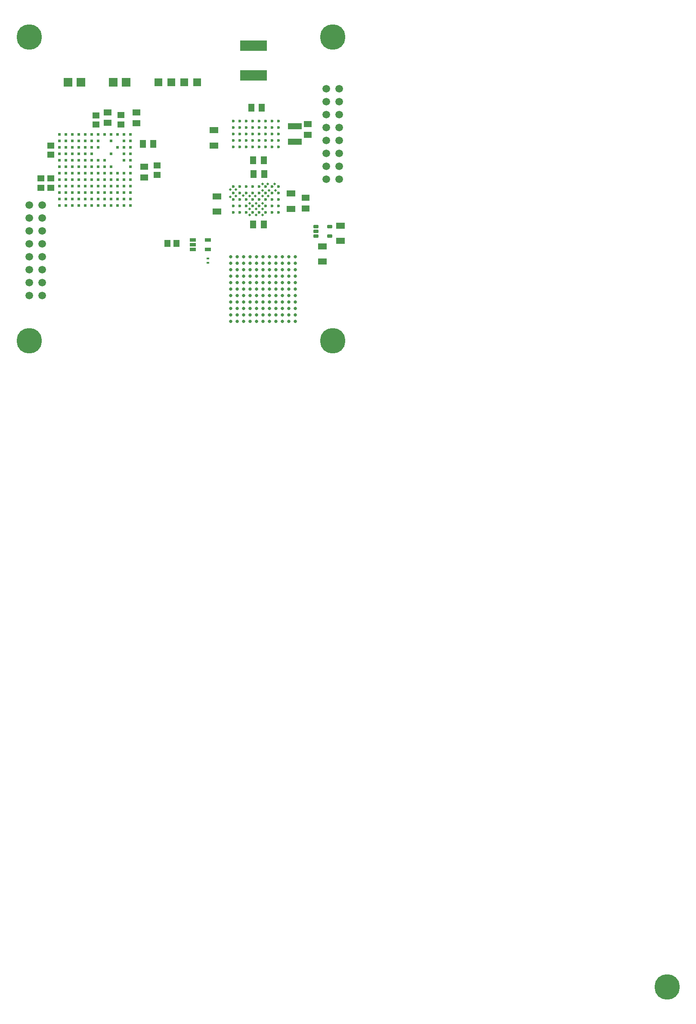
<source format=gbr>
%TF.GenerationSoftware,Altium Limited,Altium Designer,18.0.12 (696)*%
G04 Layer_Color=255*
%FSLAX26Y26*%
%MOIN*%
%TF.FileFunction,Pads,Top*%
%TF.Part,Single*%
G01*
G75*
%TA.AperFunction,SMDPad,CuDef*%
%ADD10R,0.057087X0.045276*%
%ADD11R,0.059055X0.049213*%
%TA.AperFunction,BGAPad,CuDef*%
%ADD12C,0.025000*%
%TA.AperFunction,SMDPad,CuDef*%
%ADD13R,0.106299X0.045276*%
%ADD14R,0.070866X0.045276*%
%ADD15R,0.208661X0.078740*%
G04:AMPARAMS|DCode=16|XSize=23.622mil|YSize=39.37mil|CornerRadius=2.008mil|HoleSize=0mil|Usage=FLASHONLY|Rotation=90.000|XOffset=0mil|YOffset=0mil|HoleType=Round|Shape=RoundedRectangle|*
%AMROUNDEDRECTD16*
21,1,0.023622,0.035354,0,0,90.0*
21,1,0.019606,0.039370,0,0,90.0*
1,1,0.004016,0.017677,0.009803*
1,1,0.004016,0.017677,-0.009803*
1,1,0.004016,-0.017677,-0.009803*
1,1,0.004016,-0.017677,0.009803*
%
%ADD16ROUNDEDRECTD16*%
%ADD17R,0.049213X0.059055*%
%TA.AperFunction,BGAPad,CuDef*%
%ADD18C,0.023622*%
%TA.AperFunction,SMDPad,CuDef*%
G04:AMPARAMS|DCode=19|XSize=25.591mil|YSize=47.244mil|CornerRadius=1.919mil|HoleSize=0mil|Usage=FLASHONLY|Rotation=90.000|XOffset=0mil|YOffset=0mil|HoleType=Round|Shape=RoundedRectangle|*
%AMROUNDEDRECTD19*
21,1,0.025591,0.043406,0,0,90.0*
21,1,0.021752,0.047244,0,0,90.0*
1,1,0.003839,0.021703,0.010876*
1,1,0.003839,0.021703,-0.010876*
1,1,0.003839,-0.021703,-0.010876*
1,1,0.003839,-0.021703,0.010876*
%
%ADD19ROUNDEDRECTD19*%
%ADD20R,0.021654X0.017716*%
%ADD21R,0.045276X0.057087*%
%TA.AperFunction,BGAPad,CuDef*%
%ADD22R,0.024803X0.024803*%
%TA.AperFunction,ViaPad*%
%ADD59C,0.019685*%
%TA.AperFunction,ComponentPad*%
%ADD60R,0.070866X0.070866*%
%ADD61R,0.060000X0.060000*%
%ADD62C,0.059055*%
%TA.AperFunction,ViaPad*%
%ADD63C,0.196850*%
D10*
X990000Y1284567D02*
D03*
Y1355433D02*
D03*
X165000Y1439567D02*
D03*
Y1510433D02*
D03*
X90000Y1255433D02*
D03*
Y1184567D02*
D03*
X165000D02*
D03*
Y1255433D02*
D03*
X516000Y1673567D02*
D03*
Y1744433D02*
D03*
X709000Y1674567D02*
D03*
Y1745433D02*
D03*
D11*
X831000Y1684661D02*
D03*
Y1767339D02*
D03*
X2155000Y1593661D02*
D03*
Y1676339D02*
D03*
X2140000Y1023661D02*
D03*
Y1106339D02*
D03*
X890000Y1263661D02*
D03*
Y1346339D02*
D03*
X608000Y1685661D02*
D03*
Y1768339D02*
D03*
D12*
X1559000Y652000D02*
D03*
X1609000D02*
D03*
X1659000D02*
D03*
X1709000D02*
D03*
X1759000D02*
D03*
X1809000D02*
D03*
X1859000D02*
D03*
X1909000D02*
D03*
X1959000D02*
D03*
X2009000D02*
D03*
X2059000D02*
D03*
X1559000Y602000D02*
D03*
X1609000D02*
D03*
X1659000D02*
D03*
X1709000D02*
D03*
X1759000D02*
D03*
X1809000D02*
D03*
X1859000D02*
D03*
X1909000D02*
D03*
X1959000D02*
D03*
X2009000D02*
D03*
X2059000D02*
D03*
X1559000Y552000D02*
D03*
X1609000D02*
D03*
X1659000D02*
D03*
X1709000D02*
D03*
X1759000D02*
D03*
X1809000D02*
D03*
X1859000D02*
D03*
X1909000D02*
D03*
X1959000D02*
D03*
X2009000D02*
D03*
X2059000D02*
D03*
X1559000Y502000D02*
D03*
X1609000D02*
D03*
X1659000D02*
D03*
X1709000D02*
D03*
X1759000D02*
D03*
X1809000D02*
D03*
X1859000D02*
D03*
X1909000D02*
D03*
X1959000D02*
D03*
X2009000D02*
D03*
X2059000D02*
D03*
X1559000Y452000D02*
D03*
X1609000D02*
D03*
X1659000D02*
D03*
X1709000D02*
D03*
X1759000D02*
D03*
X1809000D02*
D03*
X1859000D02*
D03*
X1909000D02*
D03*
X1959000D02*
D03*
X2009000D02*
D03*
X2059000D02*
D03*
X1559000Y402000D02*
D03*
X1609000D02*
D03*
X1659000D02*
D03*
X1709000D02*
D03*
X1759000D02*
D03*
X1809000D02*
D03*
X1859000D02*
D03*
X1909000D02*
D03*
X1959000D02*
D03*
X2009000D02*
D03*
X2059000D02*
D03*
X1559000Y352000D02*
D03*
X1609000D02*
D03*
X1659000D02*
D03*
X1709000D02*
D03*
X1759000D02*
D03*
X1809000D02*
D03*
X1859000D02*
D03*
X1909000D02*
D03*
X1959000D02*
D03*
X2009000D02*
D03*
X2059000D02*
D03*
X1559000Y302000D02*
D03*
X1609000D02*
D03*
X1659000D02*
D03*
X1709000D02*
D03*
X1759000D02*
D03*
X1809000D02*
D03*
X1859000D02*
D03*
X1909000D02*
D03*
X1959000D02*
D03*
X2009000D02*
D03*
X2059000D02*
D03*
X1559000Y252000D02*
D03*
X1609000D02*
D03*
X1659000D02*
D03*
X1709000D02*
D03*
X1759000D02*
D03*
X1809000D02*
D03*
X1859000D02*
D03*
X1909000D02*
D03*
X1959000D02*
D03*
X2009000D02*
D03*
X2059000D02*
D03*
X1559000Y202000D02*
D03*
X1609000D02*
D03*
X1659000D02*
D03*
X1709000D02*
D03*
X1759000D02*
D03*
X1809000D02*
D03*
X1859000D02*
D03*
X1909000D02*
D03*
X1959000D02*
D03*
X2009000D02*
D03*
X2059000D02*
D03*
X1559000Y152000D02*
D03*
X1609000D02*
D03*
X1659000D02*
D03*
X1709000D02*
D03*
X1759000D02*
D03*
X1809000D02*
D03*
X1859000D02*
D03*
X1909000D02*
D03*
X1959000D02*
D03*
X2009000D02*
D03*
X2059000D02*
D03*
D13*
X2055000Y1659055D02*
D03*
Y1540945D02*
D03*
D14*
X1430000Y1629055D02*
D03*
Y1510945D02*
D03*
X2268740Y613134D02*
D03*
Y731244D02*
D03*
X2408740Y772189D02*
D03*
Y890299D02*
D03*
X2025000Y1020945D02*
D03*
Y1139055D02*
D03*
X1453000Y999945D02*
D03*
Y1118055D02*
D03*
D15*
X1736000Y2054827D02*
D03*
Y2283173D02*
D03*
D16*
X2327874Y884591D02*
D03*
Y809788D02*
D03*
X2219606D02*
D03*
Y847189D02*
D03*
Y884591D02*
D03*
D17*
X1718661Y1805000D02*
D03*
X1801339D02*
D03*
X1734661Y1397000D02*
D03*
X1817339D02*
D03*
X1733661Y900000D02*
D03*
X1816339D02*
D03*
X1735661Y1292000D02*
D03*
X1818339D02*
D03*
X878661Y1525000D02*
D03*
X961339D02*
D03*
D18*
X1930000Y1700000D02*
D03*
Y1650000D02*
D03*
Y1600000D02*
D03*
Y1550000D02*
D03*
Y1500000D02*
D03*
X1880000Y1700000D02*
D03*
Y1650000D02*
D03*
Y1600000D02*
D03*
Y1550000D02*
D03*
Y1500000D02*
D03*
X1830000Y1700000D02*
D03*
Y1650000D02*
D03*
Y1600000D02*
D03*
Y1550000D02*
D03*
Y1500000D02*
D03*
X1780000Y1700000D02*
D03*
Y1650000D02*
D03*
Y1600000D02*
D03*
Y1550000D02*
D03*
Y1500000D02*
D03*
X1730000Y1700000D02*
D03*
Y1650000D02*
D03*
Y1600000D02*
D03*
Y1550000D02*
D03*
Y1500000D02*
D03*
X1680000Y1700000D02*
D03*
Y1650000D02*
D03*
Y1600000D02*
D03*
Y1550000D02*
D03*
Y1500000D02*
D03*
X1630000Y1700000D02*
D03*
Y1650000D02*
D03*
Y1600000D02*
D03*
Y1550000D02*
D03*
Y1500000D02*
D03*
X1580000Y1700000D02*
D03*
Y1650000D02*
D03*
Y1600000D02*
D03*
Y1550000D02*
D03*
Y1500000D02*
D03*
X1930000Y1195000D02*
D03*
Y1145000D02*
D03*
Y1095000D02*
D03*
Y1045000D02*
D03*
Y995000D02*
D03*
X1880000Y1195000D02*
D03*
Y1145000D02*
D03*
Y1095000D02*
D03*
Y1045000D02*
D03*
Y995000D02*
D03*
X1830000Y1195000D02*
D03*
Y1145000D02*
D03*
Y1095000D02*
D03*
Y1045000D02*
D03*
Y995000D02*
D03*
X1780000Y1195000D02*
D03*
Y1145000D02*
D03*
Y1095000D02*
D03*
Y1045000D02*
D03*
Y995000D02*
D03*
X1730000Y1195000D02*
D03*
Y1145000D02*
D03*
Y1095000D02*
D03*
Y1045000D02*
D03*
Y995000D02*
D03*
X1680000Y1195000D02*
D03*
Y1145000D02*
D03*
Y1095000D02*
D03*
Y1045000D02*
D03*
Y995000D02*
D03*
X1630000Y1195000D02*
D03*
Y1145000D02*
D03*
Y1095000D02*
D03*
Y1045000D02*
D03*
Y995000D02*
D03*
X1580000Y1195000D02*
D03*
Y1145000D02*
D03*
Y1095000D02*
D03*
Y1045000D02*
D03*
Y995000D02*
D03*
D19*
X1265929Y781402D02*
D03*
Y744000D02*
D03*
Y706598D02*
D03*
X1382071D02*
D03*
Y781402D02*
D03*
D20*
X1384000Y637717D02*
D03*
Y602284D02*
D03*
D21*
X1139433Y755000D02*
D03*
X1068567D02*
D03*
D22*
X233000Y1596000D02*
D03*
X283000D02*
D03*
X333000D02*
D03*
X383000D02*
D03*
X433000D02*
D03*
X483000D02*
D03*
X533000D02*
D03*
X583000D02*
D03*
X633000D02*
D03*
X683000D02*
D03*
X733000D02*
D03*
X783000D02*
D03*
X233000Y1546000D02*
D03*
X283000D02*
D03*
X333000D02*
D03*
X383000D02*
D03*
X433000D02*
D03*
X483000D02*
D03*
X533000D02*
D03*
X633000D02*
D03*
X733000D02*
D03*
X783000D02*
D03*
X233000Y1496000D02*
D03*
X283000D02*
D03*
X333000D02*
D03*
X383000D02*
D03*
X433000D02*
D03*
X483000D02*
D03*
X533000D02*
D03*
X683000D02*
D03*
X733000D02*
D03*
X783000D02*
D03*
X233000Y1446000D02*
D03*
X283000D02*
D03*
X333000D02*
D03*
X383000D02*
D03*
X433000D02*
D03*
X483000D02*
D03*
X633000D02*
D03*
X733000D02*
D03*
X783000D02*
D03*
X233000Y1396000D02*
D03*
X283000D02*
D03*
X333000D02*
D03*
X383000D02*
D03*
X433000D02*
D03*
X483000D02*
D03*
X533000D02*
D03*
X583000D02*
D03*
X733000D02*
D03*
X783000D02*
D03*
X233000Y1346000D02*
D03*
X283000D02*
D03*
X333000D02*
D03*
X383000D02*
D03*
X433000D02*
D03*
X483000D02*
D03*
X533000D02*
D03*
X583000D02*
D03*
X633000D02*
D03*
X783000D02*
D03*
X233000Y1296000D02*
D03*
X283000D02*
D03*
X333000D02*
D03*
X383000D02*
D03*
X433000D02*
D03*
X483000D02*
D03*
X533000D02*
D03*
X583000D02*
D03*
X633000D02*
D03*
X683000D02*
D03*
X733000D02*
D03*
X783000D02*
D03*
X233000Y1246000D02*
D03*
X283000D02*
D03*
X333000D02*
D03*
X383000D02*
D03*
X433000D02*
D03*
X483000D02*
D03*
X533000D02*
D03*
X583000D02*
D03*
X633000D02*
D03*
X683000D02*
D03*
X733000D02*
D03*
X783000D02*
D03*
X233000Y1196000D02*
D03*
X283000D02*
D03*
X333000D02*
D03*
X383000D02*
D03*
X433000D02*
D03*
X483000D02*
D03*
X533000D02*
D03*
X583000D02*
D03*
X633000D02*
D03*
X683000D02*
D03*
X733000D02*
D03*
X783000D02*
D03*
X233000Y1146000D02*
D03*
X283000D02*
D03*
X333000D02*
D03*
X383000D02*
D03*
X433000D02*
D03*
X483000D02*
D03*
X533000D02*
D03*
X583000D02*
D03*
X633000D02*
D03*
X683000D02*
D03*
X733000D02*
D03*
X783000D02*
D03*
X233000Y1096000D02*
D03*
X283000D02*
D03*
X333000D02*
D03*
X383000D02*
D03*
X433000D02*
D03*
X483000D02*
D03*
X533000D02*
D03*
X583000D02*
D03*
X633000D02*
D03*
X683000D02*
D03*
X733000D02*
D03*
X783000D02*
D03*
X233000Y1046000D02*
D03*
X283000D02*
D03*
X333000D02*
D03*
X383000D02*
D03*
X433000D02*
D03*
X483000D02*
D03*
X533000D02*
D03*
X583000D02*
D03*
X633000D02*
D03*
X683000D02*
D03*
X733000D02*
D03*
X783000D02*
D03*
D59*
X1805000Y975000D02*
D03*
X1755000D02*
D03*
X1705000D02*
D03*
X1600000Y1120000D02*
D03*
Y1170000D02*
D03*
X1555000Y1115000D02*
D03*
Y1170000D02*
D03*
X1655000Y1125000D02*
D03*
X1805000Y1215000D02*
D03*
X1845000D02*
D03*
X1900000D02*
D03*
X1905000Y1165000D02*
D03*
X1850000Y1120000D02*
D03*
X1855000Y1165000D02*
D03*
X1805000D02*
D03*
X1705000Y1120000D02*
D03*
X1750000D02*
D03*
X1805000D02*
D03*
Y1065000D02*
D03*
Y1020000D02*
D03*
X1705000D02*
D03*
Y1065000D02*
D03*
X1755000D02*
D03*
Y1020000D02*
D03*
D60*
X300000Y2000000D02*
D03*
X400000D02*
D03*
X750000D02*
D03*
X650000D02*
D03*
D61*
X1300000D02*
D03*
X1200000D02*
D03*
X1100000D02*
D03*
X1000000D02*
D03*
D62*
X2400000Y1950000D02*
D03*
Y1850000D02*
D03*
Y1750000D02*
D03*
Y1650000D02*
D03*
Y1550000D02*
D03*
X2300000Y1950000D02*
D03*
Y1850000D02*
D03*
Y1750000D02*
D03*
Y1650000D02*
D03*
Y1550000D02*
D03*
X2400000Y1450000D02*
D03*
Y1350000D02*
D03*
Y1250000D02*
D03*
X2300000Y1450000D02*
D03*
Y1350000D02*
D03*
Y1250000D02*
D03*
X100000Y1050000D02*
D03*
Y950000D02*
D03*
Y850000D02*
D03*
Y750000D02*
D03*
Y650000D02*
D03*
X0Y1050000D02*
D03*
Y950000D02*
D03*
Y850000D02*
D03*
Y750000D02*
D03*
Y650000D02*
D03*
X100000Y550000D02*
D03*
Y450000D02*
D03*
Y350000D02*
D03*
X0Y550000D02*
D03*
Y450000D02*
D03*
Y350000D02*
D03*
D63*
X4938544Y-4999140D02*
D03*
X0Y0D02*
D03*
X2350000D02*
D03*
X0Y2350000D02*
D03*
X2350000D02*
D03*
%TF.MD5,03fc9dfe2437d71158f14a460e297b26*%
M02*

</source>
